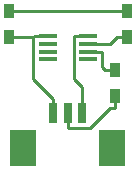
<source format=gbr>
G04 #@! TF.FileFunction,Copper,L1,Top,Signal*
%FSLAX46Y46*%
G04 Gerber Fmt 4.6, Leading zero omitted, Abs format (unit mm)*
G04 Created by KiCad (PCBNEW 4.0.7) date Sun Mar  4 16:18:10 2018*
%MOMM*%
%LPD*%
G01*
G04 APERTURE LIST*
%ADD10C,0.100000*%
%ADD11R,0.900000X1.200000*%
%ADD12R,0.800000X1.700000*%
%ADD13R,2.200000X3.100000*%
%ADD14R,1.600000X0.300000*%
%ADD15C,0.250000*%
G04 APERTURE END LIST*
D10*
D11*
X155000000Y-85100000D03*
X155000000Y-82900000D03*
D12*
X148750000Y-91550000D03*
X150000000Y-91550000D03*
X151250000Y-91550000D03*
D13*
X146250000Y-94450000D03*
X153750000Y-94450000D03*
D11*
X154000000Y-90100000D03*
X154000000Y-87900000D03*
X145000000Y-82900000D03*
X145000000Y-85100000D03*
D14*
X148300000Y-85025000D03*
X148300000Y-85675000D03*
X148300000Y-86325000D03*
X148300000Y-86975000D03*
X151700000Y-86975000D03*
X151700000Y-86325000D03*
X151700000Y-85675000D03*
X151700000Y-85025000D03*
D15*
X153599700Y-85675000D02*
X154174700Y-85100000D01*
X151700000Y-85675000D02*
X153599700Y-85675000D01*
X155000000Y-85100000D02*
X154174700Y-85100000D01*
X145000000Y-82900000D02*
X155000000Y-82900000D01*
X145000000Y-85100000D02*
X145825300Y-85100000D01*
X148750000Y-91550000D02*
X148750000Y-90324700D01*
X147100200Y-85100000D02*
X145825300Y-85100000D01*
X147124700Y-85075500D02*
X147100200Y-85100000D01*
X147124700Y-85025000D02*
X147124700Y-85075500D01*
X147100200Y-88674900D02*
X148750000Y-90324700D01*
X147100200Y-85100000D02*
X147100200Y-88674900D01*
X148300000Y-85025000D02*
X147124700Y-85025000D01*
X151860200Y-92775300D02*
X150000000Y-92775300D01*
X153560200Y-91075300D02*
X151860200Y-92775300D01*
X154000000Y-91075300D02*
X153560200Y-91075300D01*
X154000000Y-90100000D02*
X154000000Y-91075300D01*
X150000000Y-91550000D02*
X150000000Y-92775300D01*
X151250000Y-89355800D02*
X151250000Y-91550000D01*
X150524700Y-88630500D02*
X151250000Y-89355800D01*
X150524700Y-85025000D02*
X150524700Y-88630500D01*
X151700000Y-85025000D02*
X150524700Y-85025000D01*
X152875300Y-87600600D02*
X153174700Y-87900000D01*
X152875300Y-86325000D02*
X152875300Y-87600600D01*
X151700000Y-86325000D02*
X152875300Y-86325000D01*
X154000000Y-87900000D02*
X153174700Y-87900000D01*
M02*

</source>
